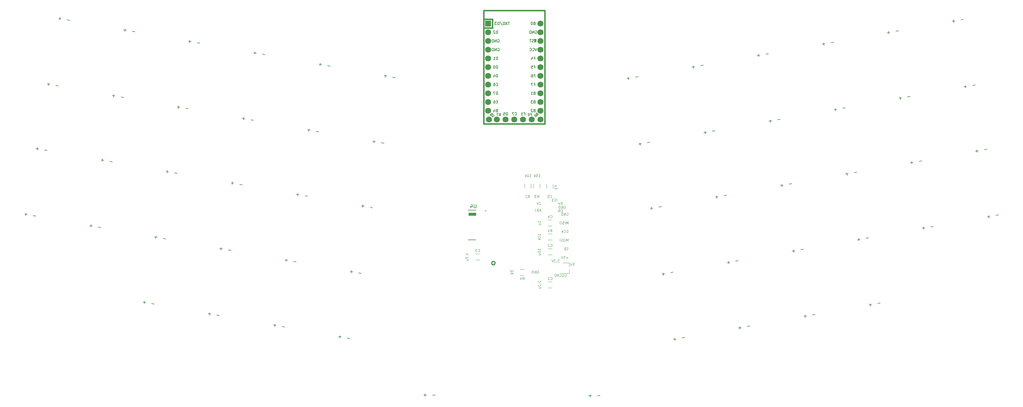
<source format=gbr>
G04 #@! TF.GenerationSoftware,KiCad,Pcbnew,(6.0.7)*
G04 #@! TF.CreationDate,2022-11-04T00:11:21-07:00*
G04 #@! TF.ProjectId,gigan rev2,67696761-6e20-4726-9576-322e6b696361,rev?*
G04 #@! TF.SameCoordinates,Original*
G04 #@! TF.FileFunction,Legend,Bot*
G04 #@! TF.FilePolarity,Positive*
%FSLAX46Y46*%
G04 Gerber Fmt 4.6, Leading zero omitted, Abs format (unit mm)*
G04 Created by KiCad (PCBNEW (6.0.7)) date 2022-11-04 00:11:21*
%MOMM*%
%LPD*%
G01*
G04 APERTURE LIST*
%ADD10C,0.300000*%
%ADD11C,0.120000*%
%ADD12C,0.100000*%
%ADD13C,0.150000*%
%ADD14C,0.381000*%
%ADD15C,0.127000*%
%ADD16C,0.200000*%
%ADD17R,1.752600X1.752600*%
%ADD18C,1.752600*%
G04 APERTURE END LIST*
D10*
X205467760Y-145890323D02*
G75*
G03*
X205467760Y-145890323I-521536J0D01*
G01*
D11*
X197756224Y-131210323D02*
X199856224Y-131210323D01*
X199856224Y-131210323D02*
X199856224Y-132010323D01*
X199856224Y-132010323D02*
X197756224Y-132010323D01*
X197756224Y-132010323D02*
X197756224Y-131210323D01*
G36*
X197756224Y-131210323D02*
G01*
X199856224Y-131210323D01*
X199856224Y-132010323D01*
X197756224Y-132010323D01*
X197756224Y-131210323D01*
G37*
D12*
X218066938Y-151071037D02*
X218031224Y-151106751D01*
X217995509Y-151178180D01*
X217995509Y-151356751D01*
X218031224Y-151428180D01*
X218066938Y-151463894D01*
X218138366Y-151499608D01*
X218209795Y-151499608D01*
X218316938Y-151463894D01*
X218745509Y-151035323D01*
X218745509Y-151499608D01*
X218674081Y-151821037D02*
X218709795Y-151856751D01*
X218745509Y-151821037D01*
X218709795Y-151785323D01*
X218674081Y-151821037D01*
X218745509Y-151821037D01*
X218066938Y-152142465D02*
X218031224Y-152178180D01*
X217995509Y-152249608D01*
X217995509Y-152428180D01*
X218031224Y-152499608D01*
X218066938Y-152535323D01*
X218138366Y-152571037D01*
X218209795Y-152571037D01*
X218316938Y-152535323D01*
X218745509Y-152106751D01*
X218745509Y-152571037D01*
X218245509Y-153213894D02*
X218745509Y-153213894D01*
X218245509Y-152892465D02*
X218638366Y-152892465D01*
X218709795Y-152928180D01*
X218745509Y-152999608D01*
X218745509Y-153106751D01*
X218709795Y-153178180D01*
X218674081Y-153213894D01*
X226662795Y-139539608D02*
X226662795Y-138789608D01*
X226412795Y-139325323D01*
X226162795Y-138789608D01*
X226162795Y-139539608D01*
X225662795Y-138789608D02*
X225519938Y-138789608D01*
X225448509Y-138825323D01*
X225377081Y-138896751D01*
X225341366Y-139039608D01*
X225341366Y-139289608D01*
X225377081Y-139432465D01*
X225448509Y-139503894D01*
X225519938Y-139539608D01*
X225662795Y-139539608D01*
X225734224Y-139503894D01*
X225805652Y-139432465D01*
X225841366Y-139289608D01*
X225841366Y-139039608D01*
X225805652Y-138896751D01*
X225734224Y-138825323D01*
X225662795Y-138789608D01*
X225055652Y-139503894D02*
X224948509Y-139539608D01*
X224769938Y-139539608D01*
X224698509Y-139503894D01*
X224662795Y-139468180D01*
X224627081Y-139396751D01*
X224627081Y-139325323D01*
X224662795Y-139253894D01*
X224698509Y-139218180D01*
X224769938Y-139182465D01*
X224912795Y-139146751D01*
X224984224Y-139111037D01*
X225019938Y-139075323D01*
X225055652Y-139003894D01*
X225055652Y-138932465D01*
X225019938Y-138861037D01*
X224984224Y-138825323D01*
X224912795Y-138789608D01*
X224734224Y-138789608D01*
X224627081Y-138825323D01*
X224305652Y-139539608D02*
X224305652Y-138789608D01*
X218645509Y-142128180D02*
X218645509Y-141699608D01*
X218645509Y-141913894D02*
X217895509Y-141913894D01*
X218002652Y-141842465D01*
X218074081Y-141771037D01*
X218109795Y-141699608D01*
X217895509Y-142592465D02*
X217895509Y-142663894D01*
X217931224Y-142735323D01*
X217966938Y-142771037D01*
X218038366Y-142806751D01*
X218181224Y-142842465D01*
X218359795Y-142842465D01*
X218502652Y-142806751D01*
X218574081Y-142771037D01*
X218609795Y-142735323D01*
X218645509Y-142663894D01*
X218645509Y-142592465D01*
X218609795Y-142521037D01*
X218574081Y-142485323D01*
X218502652Y-142449608D01*
X218359795Y-142413894D01*
X218181224Y-142413894D01*
X218038366Y-142449608D01*
X217966938Y-142485323D01*
X217931224Y-142521037D01*
X217895509Y-142592465D01*
X218145509Y-143485323D02*
X218645509Y-143485323D01*
X218145509Y-143163894D02*
X218538366Y-143163894D01*
X218609795Y-143199608D01*
X218645509Y-143271037D01*
X218645509Y-143378180D01*
X218609795Y-143449608D01*
X218574081Y-143485323D01*
X222766938Y-123885323D02*
X222766938Y-124313894D01*
X222766938Y-124099608D02*
X223516938Y-124099608D01*
X223409795Y-124171037D01*
X223338366Y-124242465D01*
X223302652Y-124313894D01*
X223266938Y-123242465D02*
X222766938Y-123242465D01*
X223266938Y-123563894D02*
X222874081Y-123563894D01*
X222802652Y-123528180D01*
X222766938Y-123456751D01*
X222766938Y-123349608D01*
X222802652Y-123278180D01*
X222838366Y-123242465D01*
X226662795Y-144293894D02*
X226091367Y-144293894D01*
X226377081Y-144579608D02*
X226377081Y-144008180D01*
X225377081Y-143829608D02*
X225734224Y-143829608D01*
X225769938Y-144186751D01*
X225734224Y-144151037D01*
X225662795Y-144115323D01*
X225484224Y-144115323D01*
X225412795Y-144151037D01*
X225377081Y-144186751D01*
X225341367Y-144258180D01*
X225341367Y-144436751D01*
X225377081Y-144508180D01*
X225412795Y-144543894D01*
X225484224Y-144579608D01*
X225662795Y-144579608D01*
X225734224Y-144543894D01*
X225769938Y-144508180D01*
X225127081Y-143829608D02*
X224877081Y-144579608D01*
X224627081Y-143829608D01*
X224277652Y-149085323D02*
X224349081Y-149049608D01*
X224456224Y-149049608D01*
X224563366Y-149085323D01*
X224634795Y-149156751D01*
X224670509Y-149228180D01*
X224706224Y-149371037D01*
X224706224Y-149478180D01*
X224670509Y-149621037D01*
X224634795Y-149692465D01*
X224563366Y-149763894D01*
X224456224Y-149799608D01*
X224384795Y-149799608D01*
X224277652Y-149763894D01*
X224241938Y-149728180D01*
X224241938Y-149478180D01*
X224384795Y-149478180D01*
X223920509Y-149799608D02*
X223920509Y-149049608D01*
X223491938Y-149799608D01*
X223491938Y-149049608D01*
X223134795Y-149799608D02*
X223134795Y-149049608D01*
X222956224Y-149049608D01*
X222849081Y-149085323D01*
X222777652Y-149156751D01*
X222741938Y-149228180D01*
X222706224Y-149371037D01*
X222706224Y-149478180D01*
X222741938Y-149621037D01*
X222777652Y-149692465D01*
X222849081Y-149763894D01*
X222956224Y-149799608D01*
X223134795Y-149799608D01*
X228049081Y-145899608D02*
X228406224Y-145899608D01*
X228441938Y-146256751D01*
X228406224Y-146221037D01*
X228334795Y-146185323D01*
X228156224Y-146185323D01*
X228084795Y-146221037D01*
X228049081Y-146256751D01*
X228013366Y-146328180D01*
X228013366Y-146506751D01*
X228049081Y-146578180D01*
X228084795Y-146613894D01*
X228156224Y-146649608D01*
X228334795Y-146649608D01*
X228406224Y-146613894D01*
X228441938Y-146578180D01*
X227799081Y-145899608D02*
X227549081Y-146649608D01*
X227299081Y-145899608D01*
X226269938Y-131265323D02*
X226341367Y-131229608D01*
X226448510Y-131229608D01*
X226555652Y-131265323D01*
X226627081Y-131336751D01*
X226662795Y-131408180D01*
X226698510Y-131551037D01*
X226698510Y-131658180D01*
X226662795Y-131801037D01*
X226627081Y-131872465D01*
X226555652Y-131943894D01*
X226448510Y-131979608D01*
X226377081Y-131979608D01*
X226269938Y-131943894D01*
X226234224Y-131908180D01*
X226234224Y-131658180D01*
X226377081Y-131658180D01*
X225912795Y-131979608D02*
X225912795Y-131229608D01*
X225484224Y-131979608D01*
X225484224Y-131229608D01*
X225127081Y-131979608D02*
X225127081Y-131229608D01*
X224948510Y-131229608D01*
X224841367Y-131265323D01*
X224769938Y-131336751D01*
X224734224Y-131408180D01*
X224698510Y-131551037D01*
X224698510Y-131658180D01*
X224734224Y-131801037D01*
X224769938Y-131872465D01*
X224841367Y-131943894D01*
X224948510Y-131979608D01*
X225127081Y-131979608D01*
X217697652Y-148095323D02*
X217769081Y-148059608D01*
X217876224Y-148059608D01*
X217983366Y-148095323D01*
X218054795Y-148166751D01*
X218090509Y-148238180D01*
X218126224Y-148381037D01*
X218126224Y-148488180D01*
X218090509Y-148631037D01*
X218054795Y-148702465D01*
X217983366Y-148773894D01*
X217876224Y-148809608D01*
X217804795Y-148809608D01*
X217697652Y-148773894D01*
X217661938Y-148738180D01*
X217661938Y-148488180D01*
X217804795Y-148488180D01*
X217340509Y-148809608D02*
X217340509Y-148059608D01*
X216911938Y-148809608D01*
X216911938Y-148059608D01*
X216554795Y-148809608D02*
X216554795Y-148059608D01*
X216376224Y-148059608D01*
X216269081Y-148095323D01*
X216197652Y-148166751D01*
X216161938Y-148238180D01*
X216126224Y-148381037D01*
X216126224Y-148488180D01*
X216161938Y-148631037D01*
X216197652Y-148702465D01*
X216269081Y-148773894D01*
X216376224Y-148809608D01*
X216554795Y-148809608D01*
X218645509Y-137793894D02*
X218645509Y-137365323D01*
X218645509Y-137579608D02*
X217895509Y-137579608D01*
X218002652Y-137508180D01*
X218074081Y-137436751D01*
X218109795Y-137365323D01*
X217895509Y-138258180D02*
X217895509Y-138329608D01*
X217931224Y-138401037D01*
X217966938Y-138436751D01*
X218038366Y-138472465D01*
X218181224Y-138508180D01*
X218359795Y-138508180D01*
X218502652Y-138472465D01*
X218574081Y-138436751D01*
X218609795Y-138401037D01*
X218645509Y-138329608D01*
X218645509Y-138258180D01*
X218609795Y-138186751D01*
X218574081Y-138151037D01*
X218502652Y-138115323D01*
X218359795Y-138079608D01*
X218181224Y-138079608D01*
X218038366Y-138115323D01*
X217966938Y-138151037D01*
X217931224Y-138186751D01*
X217895509Y-138258180D01*
X218645509Y-138829608D02*
X217895509Y-138829608D01*
X218359795Y-138901037D02*
X218645509Y-139115323D01*
X218145509Y-139115323D02*
X218431224Y-138829608D01*
X225009795Y-130606751D02*
X224759795Y-130606751D01*
X224652652Y-130999608D02*
X225009795Y-130999608D01*
X225009795Y-130249608D01*
X224652652Y-130249608D01*
X224331224Y-130999608D02*
X224331224Y-130249608D01*
X223902652Y-130999608D01*
X223902652Y-130249608D01*
X215452652Y-120749608D02*
X215881224Y-120749608D01*
X215666938Y-120749608D02*
X215666938Y-119999608D01*
X215738366Y-120106751D01*
X215809795Y-120178180D01*
X215881224Y-120213894D01*
X214988366Y-119999608D02*
X214916938Y-119999608D01*
X214845509Y-120035323D01*
X214809795Y-120071037D01*
X214774081Y-120142465D01*
X214738366Y-120285323D01*
X214738366Y-120463894D01*
X214774081Y-120606751D01*
X214809795Y-120678180D01*
X214845509Y-120713894D01*
X214916938Y-120749608D01*
X214988366Y-120749608D01*
X215059795Y-120713894D01*
X215095509Y-120678180D01*
X215131224Y-120606751D01*
X215166938Y-120463894D01*
X215166938Y-120285323D01*
X215131224Y-120142465D01*
X215095509Y-120071037D01*
X215059795Y-120035323D01*
X214988366Y-119999608D01*
X214416938Y-120749608D02*
X214416938Y-119999608D01*
X214345509Y-120463894D02*
X214131224Y-120749608D01*
X214131224Y-120249608D02*
X214416938Y-120535323D01*
X224599081Y-128149608D02*
X224956224Y-128149608D01*
X224991938Y-128506751D01*
X224956224Y-128471037D01*
X224884795Y-128435323D01*
X224706224Y-128435323D01*
X224634795Y-128471037D01*
X224599081Y-128506751D01*
X224563366Y-128578180D01*
X224563366Y-128756751D01*
X224599081Y-128828180D01*
X224634795Y-128863894D01*
X224706224Y-128899608D01*
X224884795Y-128899608D01*
X224956224Y-128863894D01*
X224991938Y-128828180D01*
X224349081Y-128149608D02*
X224099081Y-128899608D01*
X223849081Y-128149608D01*
X218102652Y-120749608D02*
X218531224Y-120749608D01*
X218316938Y-120749608D02*
X218316938Y-119999608D01*
X218388366Y-120106751D01*
X218459795Y-120178180D01*
X218531224Y-120213894D01*
X217424081Y-119999608D02*
X217781224Y-119999608D01*
X217816938Y-120356751D01*
X217781224Y-120321037D01*
X217709795Y-120285323D01*
X217531224Y-120285323D01*
X217459795Y-120321037D01*
X217424081Y-120356751D01*
X217388366Y-120428180D01*
X217388366Y-120606751D01*
X217424081Y-120678180D01*
X217459795Y-120713894D01*
X217531224Y-120749608D01*
X217709795Y-120749608D01*
X217781224Y-120713894D01*
X217816938Y-120678180D01*
X217066938Y-120749608D02*
X217066938Y-119999608D01*
X216995509Y-120463894D02*
X216781224Y-120749608D01*
X216781224Y-120249608D02*
X217066938Y-120535323D01*
X218666938Y-128221037D02*
X218631224Y-128185323D01*
X218559795Y-128149608D01*
X218381224Y-128149608D01*
X218309795Y-128185323D01*
X218274081Y-128221037D01*
X218238366Y-128292465D01*
X218238366Y-128363894D01*
X218274081Y-128471037D01*
X218702652Y-128899608D01*
X218238366Y-128899608D01*
X218024081Y-128149608D02*
X217774081Y-128899608D01*
X217524081Y-128149608D01*
X225491938Y-129235323D02*
X225563367Y-129199608D01*
X225670510Y-129199608D01*
X225777652Y-129235323D01*
X225849081Y-129306751D01*
X225884795Y-129378180D01*
X225920510Y-129521037D01*
X225920510Y-129628180D01*
X225884795Y-129771037D01*
X225849081Y-129842465D01*
X225777652Y-129913894D01*
X225670510Y-129949608D01*
X225599081Y-129949608D01*
X225491938Y-129913894D01*
X225456224Y-129878180D01*
X225456224Y-129628180D01*
X225599081Y-129628180D01*
X225134795Y-129949608D02*
X225134795Y-129199608D01*
X224706224Y-129949608D01*
X224706224Y-129199608D01*
X224349081Y-129949608D02*
X224349081Y-129199608D01*
X224170510Y-129199608D01*
X224063367Y-129235323D01*
X223991938Y-129306751D01*
X223956224Y-129378180D01*
X223920510Y-129521037D01*
X223920510Y-129628180D01*
X223956224Y-129771037D01*
X223991938Y-129842465D01*
X224063367Y-129913894D01*
X224170510Y-129949608D01*
X224349081Y-129949608D01*
X226698509Y-142023894D02*
X226591366Y-142059608D01*
X226412795Y-142059608D01*
X226341366Y-142023894D01*
X226305652Y-141988180D01*
X226269938Y-141916751D01*
X226269938Y-141845323D01*
X226305652Y-141773894D01*
X226341366Y-141738180D01*
X226412795Y-141702465D01*
X226555652Y-141666751D01*
X226627081Y-141631037D01*
X226662795Y-141595323D01*
X226698509Y-141523894D01*
X226698509Y-141452465D01*
X226662795Y-141381037D01*
X226627081Y-141345323D01*
X226555652Y-141309608D01*
X226377081Y-141309608D01*
X226269938Y-141345323D01*
X225984223Y-142023894D02*
X225877081Y-142059608D01*
X225698509Y-142059608D01*
X225627081Y-142023894D01*
X225591366Y-141988180D01*
X225555652Y-141916751D01*
X225555652Y-141845323D01*
X225591366Y-141773894D01*
X225627081Y-141738180D01*
X225698509Y-141702465D01*
X225841366Y-141666751D01*
X225912795Y-141631037D01*
X225948509Y-141595323D01*
X225984223Y-141523894D01*
X225984223Y-141452465D01*
X225948509Y-141381037D01*
X225912795Y-141345323D01*
X225841366Y-141309608D01*
X225662795Y-141309608D01*
X225555652Y-141345323D01*
X209945509Y-147853180D02*
X209945509Y-148317465D01*
X210231224Y-148067465D01*
X210231224Y-148174608D01*
X210266938Y-148246037D01*
X210302652Y-148281751D01*
X210374081Y-148317465D01*
X210552652Y-148317465D01*
X210624081Y-148281751D01*
X210659795Y-148246037D01*
X210695509Y-148174608D01*
X210695509Y-147960323D01*
X210659795Y-147888894D01*
X210624081Y-147853180D01*
X210695509Y-148674608D02*
X210695509Y-148817465D01*
X210659795Y-148888894D01*
X210624081Y-148924608D01*
X210516938Y-148996037D01*
X210374081Y-149031751D01*
X210088366Y-149031751D01*
X210016938Y-148996037D01*
X209981224Y-148960323D01*
X209945509Y-148888894D01*
X209945509Y-148746037D01*
X209981224Y-148674608D01*
X210016938Y-148638894D01*
X210088366Y-148603180D01*
X210266938Y-148603180D01*
X210338366Y-148638894D01*
X210374081Y-148674608D01*
X210409795Y-148746037D01*
X210409795Y-148888894D01*
X210374081Y-148960323D01*
X210338366Y-148996037D01*
X210266938Y-149031751D01*
X218645509Y-134065323D02*
X218645509Y-133636751D01*
X218645509Y-133851037D02*
X217895509Y-133851037D01*
X218002652Y-133779608D01*
X218074081Y-133708180D01*
X218109795Y-133636751D01*
X218145509Y-134708180D02*
X218645509Y-134708180D01*
X218145509Y-134386751D02*
X218538366Y-134386751D01*
X218609795Y-134422465D01*
X218645509Y-134493894D01*
X218645509Y-134601037D01*
X218609795Y-134672465D01*
X218574081Y-134708180D01*
X226662795Y-134499608D02*
X226662795Y-133749608D01*
X226412795Y-134285323D01*
X226162795Y-133749608D01*
X226162795Y-134499608D01*
X225805652Y-134499608D02*
X225805652Y-133749608D01*
X225484224Y-134463894D02*
X225377081Y-134499608D01*
X225198509Y-134499608D01*
X225127081Y-134463894D01*
X225091366Y-134428180D01*
X225055652Y-134356751D01*
X225055652Y-134285323D01*
X225091366Y-134213894D01*
X225127081Y-134178180D01*
X225198509Y-134142465D01*
X225341366Y-134106751D01*
X225412795Y-134071037D01*
X225448509Y-134035323D01*
X225484224Y-133963894D01*
X225484224Y-133892465D01*
X225448509Y-133821037D01*
X225412795Y-133785323D01*
X225341366Y-133749608D01*
X225162795Y-133749608D01*
X225055652Y-133785323D01*
X224591366Y-133749608D02*
X224448509Y-133749608D01*
X224377081Y-133785323D01*
X224305652Y-133856751D01*
X224269938Y-133999608D01*
X224269938Y-134249608D01*
X224305652Y-134392465D01*
X224377081Y-134463894D01*
X224448509Y-134499608D01*
X224591366Y-134499608D01*
X224662795Y-134463894D01*
X224734224Y-134392465D01*
X224769938Y-134249608D01*
X224769938Y-133999608D01*
X224734224Y-133856751D01*
X224662795Y-133785323D01*
X224591366Y-133749608D01*
X224113366Y-144849608D02*
X223649081Y-144849608D01*
X223899081Y-145135323D01*
X223791938Y-145135323D01*
X223720509Y-145171037D01*
X223684795Y-145206751D01*
X223649081Y-145278180D01*
X223649081Y-145456751D01*
X223684795Y-145528180D01*
X223720509Y-145563894D01*
X223791938Y-145599608D01*
X224006224Y-145599608D01*
X224077652Y-145563894D01*
X224113366Y-145528180D01*
X223327652Y-145528180D02*
X223291938Y-145563894D01*
X223327652Y-145599608D01*
X223363366Y-145563894D01*
X223327652Y-145528180D01*
X223327652Y-145599608D01*
X223041938Y-144849608D02*
X222577652Y-144849608D01*
X222827652Y-145135323D01*
X222720509Y-145135323D01*
X222649081Y-145171037D01*
X222613366Y-145206751D01*
X222577652Y-145278180D01*
X222577652Y-145456751D01*
X222613366Y-145528180D01*
X222649081Y-145563894D01*
X222720509Y-145599608D01*
X222934795Y-145599608D01*
X223006224Y-145563894D01*
X223041938Y-145528180D01*
X222363366Y-144849608D02*
X222113366Y-145599608D01*
X221863366Y-144849608D01*
X218745509Y-130585323D02*
X218388366Y-130585323D01*
X218816938Y-130799608D02*
X218566938Y-130049608D01*
X218316938Y-130799608D01*
X218066938Y-130799608D02*
X218066938Y-130049608D01*
X217888366Y-130049608D01*
X217781224Y-130085323D01*
X217709795Y-130156751D01*
X217674081Y-130228180D01*
X217638366Y-130371037D01*
X217638366Y-130478180D01*
X217674081Y-130621037D01*
X217709795Y-130692465D01*
X217781224Y-130763894D01*
X217888366Y-130799608D01*
X218066938Y-130799608D01*
X217102652Y-130049608D02*
X217102652Y-130585323D01*
X217138366Y-130692465D01*
X217209795Y-130763894D01*
X217316938Y-130799608D01*
X217388366Y-130799608D01*
X197095509Y-143328180D02*
X197595509Y-143328180D01*
X196809795Y-143149608D02*
X197345509Y-142971037D01*
X197345509Y-143435323D01*
X197524081Y-143721037D02*
X197559795Y-143756751D01*
X197595509Y-143721037D01*
X197559795Y-143685323D01*
X197524081Y-143721037D01*
X197595509Y-143721037D01*
X196845509Y-144006751D02*
X196845509Y-144506751D01*
X197595509Y-144185323D01*
X197095509Y-145113894D02*
X197595509Y-145113894D01*
X197095509Y-144792465D02*
X197488366Y-144792465D01*
X197559795Y-144828180D01*
X197595509Y-144899608D01*
X197595509Y-145006751D01*
X197559795Y-145078180D01*
X197524081Y-145113894D01*
X226698509Y-136983894D02*
X226591366Y-137019608D01*
X226412795Y-137019608D01*
X226341366Y-136983894D01*
X226305652Y-136948180D01*
X226269938Y-136876751D01*
X226269938Y-136805323D01*
X226305652Y-136733894D01*
X226341366Y-136698180D01*
X226412795Y-136662465D01*
X226555652Y-136626751D01*
X226627081Y-136591037D01*
X226662795Y-136555323D01*
X226698509Y-136483894D01*
X226698509Y-136412465D01*
X226662795Y-136341037D01*
X226627081Y-136305323D01*
X226555652Y-136269608D01*
X226377081Y-136269608D01*
X226269938Y-136305323D01*
X225519938Y-136948180D02*
X225555652Y-136983894D01*
X225662795Y-137019608D01*
X225734224Y-137019608D01*
X225841366Y-136983894D01*
X225912795Y-136912465D01*
X225948509Y-136841037D01*
X225984224Y-136698180D01*
X225984224Y-136591037D01*
X225948509Y-136448180D01*
X225912795Y-136376751D01*
X225841366Y-136305323D01*
X225734224Y-136269608D01*
X225662795Y-136269608D01*
X225555652Y-136305323D01*
X225519938Y-136341037D01*
X225198509Y-137019608D02*
X225198509Y-136269608D01*
X224769938Y-137019608D02*
X225091366Y-136591037D01*
X224769938Y-136269608D02*
X225198509Y-136698180D01*
D13*
X173899985Y-91429843D02*
X173149655Y-91297539D01*
X173590972Y-90988526D02*
X173458668Y-91738856D01*
X176401396Y-91870909D02*
X175651066Y-91738605D01*
X235267047Y-184509028D02*
X236028952Y-184509028D01*
X232727047Y-184509028D02*
X233488952Y-184509028D01*
X233108000Y-184889980D02*
X233108000Y-184128076D01*
X148361596Y-125975576D02*
X147611266Y-125843272D01*
X148052583Y-125534259D02*
X147920279Y-126284589D01*
X150863007Y-126416642D02*
X150112677Y-126284338D01*
X110390165Y-119280188D02*
X109639835Y-119147884D01*
X110081152Y-118838871D02*
X109948848Y-119589201D01*
X112891576Y-119721254D02*
X112141246Y-119588950D01*
X129350866Y-122623471D02*
X128600536Y-122491167D01*
X129041853Y-122182154D02*
X128909549Y-122932484D01*
X131852277Y-123064537D02*
X131101947Y-122932233D01*
X119469264Y-81832240D02*
X118718934Y-81699936D01*
X116967853Y-81391174D02*
X116217523Y-81258870D01*
X116658840Y-80949857D02*
X116526536Y-81700187D01*
X319576090Y-78793103D02*
X320326420Y-78660799D01*
X320017407Y-79102116D02*
X319885103Y-78351786D01*
X322077501Y-78352037D02*
X322827831Y-78219733D01*
X113648135Y-100510779D02*
X112897805Y-100378475D01*
X113339122Y-100069462D02*
X113206818Y-100819792D01*
X116149546Y-100951845D02*
X115399216Y-100819541D01*
X160659293Y-167399166D02*
X159908963Y-167266862D01*
X160350280Y-166957849D02*
X160217976Y-167708179D01*
X163160704Y-167840232D02*
X162410374Y-167707928D01*
X187210247Y-184305828D02*
X187972152Y-184305828D01*
X184670247Y-184305828D02*
X185432152Y-184305828D01*
X185051200Y-184686780D02*
X185051200Y-183924876D01*
X268715231Y-107466207D02*
X269465561Y-107333903D01*
X266213820Y-107907273D02*
X266964150Y-107774969D01*
X266655137Y-108216286D02*
X266522833Y-107465956D01*
X128532558Y-142184144D02*
X127782228Y-142051840D01*
X126031147Y-141743078D02*
X125280817Y-141610774D01*
X125722134Y-141301761D02*
X125589830Y-142052091D01*
X325497275Y-97454001D02*
X326247605Y-97321697D01*
X322995864Y-97895067D02*
X323746194Y-97762763D01*
X323437181Y-98204080D02*
X323304877Y-97453750D01*
X276320716Y-164765636D02*
X277071046Y-164633332D01*
X276762033Y-165074649D02*
X276629729Y-164324319D01*
X278822127Y-164324570D02*
X279572457Y-164192266D01*
X269571846Y-126659040D02*
X270322176Y-126526736D01*
X270013163Y-126968053D02*
X269880859Y-126217723D01*
X272073257Y-126217974D02*
X272823587Y-126085670D01*
X262794043Y-88805310D02*
X263544373Y-88673006D01*
X263235360Y-89114323D02*
X263103056Y-88363993D01*
X265295454Y-88364244D02*
X266045784Y-88231940D01*
X332275076Y-135307731D02*
X333025406Y-135175427D01*
X329773665Y-135748797D02*
X330523995Y-135616493D01*
X330214982Y-136057810D02*
X330082678Y-135307480D01*
X254030919Y-149104287D02*
X254781249Y-148971983D01*
X254472236Y-149413300D02*
X254339932Y-148662970D01*
X256532330Y-148663221D02*
X257282660Y-148530917D01*
X90711213Y-135515222D02*
X89960883Y-135382918D01*
X88209802Y-135074156D02*
X87459472Y-134941852D01*
X87900789Y-134632839D02*
X87768485Y-135383169D01*
X125189275Y-161144846D02*
X124438945Y-161012542D01*
X122687864Y-160703780D02*
X121937534Y-160571476D01*
X122378851Y-160262463D02*
X122246547Y-161012793D01*
X94787490Y-97185140D02*
X94037160Y-97052836D01*
X94478477Y-96743823D02*
X94346173Y-97494153D01*
X97288901Y-97626206D02*
X96538571Y-97493902D01*
X328855301Y-116205767D02*
X329605631Y-116073463D01*
X326353890Y-116646833D02*
X327104220Y-116514529D01*
X326795207Y-116955846D02*
X326662903Y-116205516D01*
X135928554Y-84734457D02*
X135178224Y-84602153D01*
X135619541Y-84293140D02*
X135487237Y-85043470D01*
X138429965Y-85175523D02*
X137679635Y-85043219D01*
X295331445Y-161413531D02*
X296081775Y-161281227D01*
X295772762Y-161722544D02*
X295640458Y-160972214D01*
X297832856Y-160972465D02*
X298583186Y-160840161D01*
X344457977Y-94110719D02*
X345208307Y-93978415D01*
X341956566Y-94551785D02*
X342706896Y-94419481D01*
X342397883Y-94860798D02*
X342265579Y-94110468D01*
X75826790Y-93841857D02*
X75076460Y-93709553D01*
X75517777Y-93400540D02*
X75385473Y-94150870D01*
X78328201Y-94282923D02*
X77577871Y-94150619D01*
X69249101Y-131730871D02*
X68498771Y-131598567D01*
X68940088Y-131289554D02*
X68807784Y-132039884D01*
X71750512Y-132171937D02*
X71000182Y-132039633D01*
X294453733Y-141976656D02*
X295204063Y-141844352D01*
X291952322Y-142417722D02*
X292702652Y-142285418D01*
X292393639Y-142726735D02*
X292261335Y-141976405D01*
X75070231Y-113052332D02*
X74319901Y-112920028D01*
X72568820Y-112611266D02*
X71818490Y-112478962D01*
X72259807Y-112169949D02*
X72127503Y-112920279D01*
X347816003Y-112862484D02*
X348566333Y-112730180D01*
X345314592Y-113303550D02*
X346064922Y-113171246D01*
X345755909Y-113612563D02*
X345623605Y-112862233D01*
X259861427Y-167667854D02*
X260611757Y-167535550D01*
X257360016Y-168108920D02*
X258110346Y-167976616D01*
X257801333Y-168417933D02*
X257669029Y-167667603D01*
X167322295Y-129318859D02*
X166571965Y-129186555D01*
X167013282Y-128877542D02*
X166880978Y-129627872D01*
X169823706Y-129759925D02*
X169073376Y-129627621D01*
X98107209Y-78065532D02*
X97356879Y-77933228D01*
X97798196Y-77624215D02*
X97665892Y-78374545D01*
X100608620Y-78506598D02*
X99858290Y-78374294D01*
X316793558Y-157629182D02*
X317543888Y-157496878D01*
X314292147Y-158070248D02*
X315042477Y-157937944D01*
X314733464Y-158379261D02*
X314601160Y-157628931D01*
X132608835Y-103854062D02*
X131858505Y-103721758D01*
X132299822Y-103412745D02*
X132167518Y-104163075D01*
X135110246Y-104295128D02*
X134359916Y-104162824D01*
X348734366Y-132405514D02*
X349484696Y-132273210D01*
X349175683Y-132714527D02*
X349043379Y-131964197D01*
X351235777Y-131964448D02*
X351986107Y-131832144D01*
X284256155Y-85020961D02*
X285006485Y-84888657D01*
X281754744Y-85462027D02*
X282505074Y-85329723D01*
X282196061Y-85771040D02*
X282063757Y-85020710D01*
X253112555Y-129561257D02*
X253862885Y-129428953D01*
X250611144Y-130002323D02*
X251361474Y-129870019D01*
X251052461Y-130311336D02*
X250920157Y-129561006D01*
X303216857Y-81677677D02*
X303967187Y-81545373D01*
X300715446Y-82118743D02*
X301465776Y-81986439D01*
X301156763Y-82427756D02*
X301024459Y-81677426D01*
X151619564Y-107206168D02*
X150869234Y-107073864D01*
X151310551Y-106764851D02*
X151178247Y-107515181D01*
X154120975Y-107647234D02*
X153370645Y-107514930D01*
X309994657Y-119531409D02*
X310744987Y-119399105D01*
X307493246Y-119972475D02*
X308243576Y-119840171D01*
X307934563Y-120281488D02*
X307802259Y-119531158D01*
X338536789Y-75449820D02*
X339287119Y-75317516D01*
X338978106Y-75758833D02*
X338845802Y-75008503D01*
X341038200Y-75008754D02*
X341788530Y-74876450D01*
X157440694Y-88527626D02*
X156690364Y-88395322D01*
X154939283Y-88086560D02*
X154188953Y-87954256D01*
X154630270Y-87645243D02*
X154497966Y-88395573D01*
X103727163Y-157360497D02*
X102976833Y-157228193D01*
X103418150Y-156919180D02*
X103285846Y-157669510D01*
X106228574Y-157801563D02*
X105478244Y-157669259D01*
X246334755Y-91707528D02*
X247085085Y-91575224D01*
X243833344Y-92148594D02*
X244583674Y-92016290D01*
X244274661Y-92457607D02*
X244142357Y-91707277D01*
X288532545Y-123315757D02*
X289282875Y-123183453D01*
X288973862Y-123624770D02*
X288841558Y-122874440D01*
X291033956Y-122874691D02*
X291784286Y-122742387D01*
X306636631Y-100779641D02*
X307386961Y-100647337D01*
X304135220Y-101220707D02*
X304885550Y-101088403D01*
X304576537Y-101529720D02*
X304444233Y-100779390D01*
X109571857Y-138840861D02*
X108821527Y-138708557D01*
X107070446Y-138399795D02*
X106320116Y-138267491D01*
X106761433Y-137958478D02*
X106629129Y-138708808D01*
X166503987Y-148879533D02*
X165753657Y-148747229D01*
X164002576Y-148438467D02*
X163252246Y-148306163D01*
X163693563Y-147997150D02*
X163561259Y-148747480D01*
X173081676Y-110990516D02*
X172331346Y-110858212D01*
X170580265Y-110549450D02*
X169829935Y-110417146D01*
X170271252Y-110108133D02*
X170138948Y-110858463D01*
X206844133Y-102606400D02*
X206744133Y-102639733D01*
X206710800Y-102673066D01*
X206677466Y-102739733D01*
X206677466Y-102839733D01*
X206710800Y-102906400D01*
X206744133Y-102939733D01*
X206810800Y-102973066D01*
X207077466Y-102973066D01*
X207077466Y-102273066D01*
X206844133Y-102273066D01*
X206777466Y-102306400D01*
X206744133Y-102339733D01*
X206710800Y-102406400D01*
X206710800Y-102473066D01*
X206744133Y-102539733D01*
X206777466Y-102573066D01*
X206844133Y-102606400D01*
X207077466Y-102606400D01*
X206444133Y-102273066D02*
X205977466Y-102273066D01*
X206277466Y-102973066D01*
X209679404Y-75648304D02*
X209222261Y-75648304D01*
X209450832Y-76448304D02*
X209450832Y-75648304D01*
X209031785Y-75648304D02*
X208498451Y-76448304D01*
X208498451Y-75648304D02*
X209031785Y-76448304D01*
X208041308Y-75648304D02*
X207965118Y-75648304D01*
X207888928Y-75686400D01*
X207850832Y-75724495D01*
X207812737Y-75800685D01*
X207774642Y-75953066D01*
X207774642Y-76143542D01*
X207812737Y-76295923D01*
X207850832Y-76372114D01*
X207888928Y-76410209D01*
X207965118Y-76448304D01*
X208041308Y-76448304D01*
X208117499Y-76410209D01*
X208155594Y-76372114D01*
X208193689Y-76295923D01*
X208231785Y-76143542D01*
X208231785Y-75953066D01*
X208193689Y-75800685D01*
X208155594Y-75724495D01*
X208117499Y-75686400D01*
X208041308Y-75648304D01*
X206860356Y-75610209D02*
X207546070Y-76638780D01*
X206593689Y-76448304D02*
X206593689Y-75648304D01*
X206403213Y-75648304D01*
X206288928Y-75686400D01*
X206212737Y-75762590D01*
X206174642Y-75838780D01*
X206136547Y-75991161D01*
X206136547Y-76105447D01*
X206174642Y-76257828D01*
X206212737Y-76334019D01*
X206288928Y-76410209D01*
X206403213Y-76448304D01*
X206593689Y-76448304D01*
X205869880Y-75648304D02*
X205374642Y-75648304D01*
X205641308Y-75953066D01*
X205527023Y-75953066D01*
X205450832Y-75991161D01*
X205412737Y-76029257D01*
X205374642Y-76105447D01*
X205374642Y-76295923D01*
X205412737Y-76372114D01*
X205450832Y-76410209D01*
X205527023Y-76448304D01*
X205755594Y-76448304D01*
X205831785Y-76410209D01*
X205869880Y-76372114D01*
X216788466Y-91269257D02*
X217055133Y-91269257D01*
X217055133Y-91688304D02*
X217055133Y-90888304D01*
X216674180Y-90888304D01*
X216026561Y-90888304D02*
X216178942Y-90888304D01*
X216255133Y-90926400D01*
X216293228Y-90964495D01*
X216369419Y-91078780D01*
X216407514Y-91231161D01*
X216407514Y-91535923D01*
X216369419Y-91612114D01*
X216331323Y-91650209D01*
X216255133Y-91688304D01*
X216102752Y-91688304D01*
X216026561Y-91650209D01*
X215988466Y-91612114D01*
X215950371Y-91535923D01*
X215950371Y-91345447D01*
X215988466Y-91269257D01*
X216026561Y-91231161D01*
X216102752Y-91193066D01*
X216255133Y-91193066D01*
X216331323Y-91231161D01*
X216369419Y-91269257D01*
X216407514Y-91345447D01*
X216845609Y-98889257D02*
X216731323Y-98927352D01*
X216693228Y-98965447D01*
X216655133Y-99041638D01*
X216655133Y-99155923D01*
X216693228Y-99232114D01*
X216731323Y-99270209D01*
X216807514Y-99308304D01*
X217112276Y-99308304D01*
X217112276Y-98508304D01*
X216845609Y-98508304D01*
X216769419Y-98546400D01*
X216731323Y-98584495D01*
X216693228Y-98660685D01*
X216693228Y-98736876D01*
X216731323Y-98813066D01*
X216769419Y-98851161D01*
X216845609Y-98889257D01*
X217112276Y-98889257D01*
X216388466Y-98508304D02*
X215893228Y-98508304D01*
X216159895Y-98813066D01*
X216045609Y-98813066D01*
X215969419Y-98851161D01*
X215931323Y-98889257D01*
X215893228Y-98965447D01*
X215893228Y-99155923D01*
X215931323Y-99232114D01*
X215969419Y-99270209D01*
X216045609Y-99308304D01*
X216274180Y-99308304D01*
X216350371Y-99270209D01*
X216388466Y-99232114D01*
X206209323Y-83306400D02*
X206285514Y-83268304D01*
X206399800Y-83268304D01*
X206514085Y-83306400D01*
X206590276Y-83382590D01*
X206628371Y-83458780D01*
X206666466Y-83611161D01*
X206666466Y-83725447D01*
X206628371Y-83877828D01*
X206590276Y-83954019D01*
X206514085Y-84030209D01*
X206399800Y-84068304D01*
X206323609Y-84068304D01*
X206209323Y-84030209D01*
X206171228Y-83992114D01*
X206171228Y-83725447D01*
X206323609Y-83725447D01*
X205828371Y-84068304D02*
X205828371Y-83268304D01*
X205371228Y-84068304D01*
X205371228Y-83268304D01*
X204990276Y-84068304D02*
X204990276Y-83268304D01*
X204799800Y-83268304D01*
X204685514Y-83306400D01*
X204609323Y-83382590D01*
X204571228Y-83458780D01*
X204533133Y-83611161D01*
X204533133Y-83725447D01*
X204571228Y-83877828D01*
X204609323Y-83954019D01*
X204685514Y-84030209D01*
X204799800Y-84068304D01*
X204990276Y-84068304D01*
X206152180Y-98889257D02*
X205885514Y-98889257D01*
X205771228Y-99308304D02*
X206152180Y-99308304D01*
X206152180Y-98508304D01*
X205771228Y-98508304D01*
X205085514Y-98508304D02*
X205237895Y-98508304D01*
X205314085Y-98546400D01*
X205352180Y-98584495D01*
X205428371Y-98698780D01*
X205466466Y-98851161D01*
X205466466Y-99155923D01*
X205428371Y-99232114D01*
X205390276Y-99270209D01*
X205314085Y-99308304D01*
X205161704Y-99308304D01*
X205085514Y-99270209D01*
X205047419Y-99232114D01*
X205009323Y-99155923D01*
X205009323Y-98965447D01*
X205047419Y-98889257D01*
X205085514Y-98851161D01*
X205161704Y-98813066D01*
X205314085Y-98813066D01*
X205390276Y-98851161D01*
X205428371Y-98889257D01*
X205466466Y-98965447D01*
X206190276Y-96768304D02*
X206190276Y-95968304D01*
X205999800Y-95968304D01*
X205885514Y-96006400D01*
X205809323Y-96082590D01*
X205771228Y-96158780D01*
X205733133Y-96311161D01*
X205733133Y-96425447D01*
X205771228Y-96577828D01*
X205809323Y-96654019D01*
X205885514Y-96730209D01*
X205999800Y-96768304D01*
X206190276Y-96768304D01*
X205466466Y-95968304D02*
X204933133Y-95968304D01*
X205275990Y-96768304D01*
X206190276Y-91688304D02*
X206190276Y-90888304D01*
X205999800Y-90888304D01*
X205885514Y-90926400D01*
X205809323Y-91002590D01*
X205771228Y-91078780D01*
X205733133Y-91231161D01*
X205733133Y-91345447D01*
X205771228Y-91497828D01*
X205809323Y-91574019D01*
X205885514Y-91650209D01*
X205999800Y-91688304D01*
X206190276Y-91688304D01*
X205047419Y-91154971D02*
X205047419Y-91688304D01*
X205237895Y-90850209D02*
X205428371Y-91421638D01*
X204933133Y-91421638D01*
X205923609Y-101429257D02*
X205809323Y-101467352D01*
X205771228Y-101505447D01*
X205733133Y-101581638D01*
X205733133Y-101695923D01*
X205771228Y-101772114D01*
X205809323Y-101810209D01*
X205885514Y-101848304D01*
X206190276Y-101848304D01*
X206190276Y-101048304D01*
X205923609Y-101048304D01*
X205847419Y-101086400D01*
X205809323Y-101124495D01*
X205771228Y-101200685D01*
X205771228Y-101276876D01*
X205809323Y-101353066D01*
X205847419Y-101391161D01*
X205923609Y-101429257D01*
X206190276Y-101429257D01*
X205047419Y-101314971D02*
X205047419Y-101848304D01*
X205237895Y-101010209D02*
X205428371Y-101581638D01*
X204933133Y-101581638D01*
X206190276Y-78988304D02*
X206190276Y-78188304D01*
X205999800Y-78188304D01*
X205885514Y-78226400D01*
X205809323Y-78302590D01*
X205771228Y-78378780D01*
X205733133Y-78531161D01*
X205733133Y-78645447D01*
X205771228Y-78797828D01*
X205809323Y-78874019D01*
X205885514Y-78950209D01*
X205999800Y-78988304D01*
X206190276Y-78988304D01*
X205428371Y-78264495D02*
X205390276Y-78226400D01*
X205314085Y-78188304D01*
X205123609Y-78188304D01*
X205047419Y-78226400D01*
X205009323Y-78264495D01*
X204971228Y-78340685D01*
X204971228Y-78416876D01*
X205009323Y-78531161D01*
X205466466Y-78988304D01*
X204971228Y-78988304D01*
X217588466Y-83268304D02*
X217321800Y-84068304D01*
X217055133Y-83268304D01*
X216331323Y-83992114D02*
X216369419Y-84030209D01*
X216483704Y-84068304D01*
X216559895Y-84068304D01*
X216674180Y-84030209D01*
X216750371Y-83954019D01*
X216788466Y-83877828D01*
X216826561Y-83725447D01*
X216826561Y-83611161D01*
X216788466Y-83458780D01*
X216750371Y-83382590D01*
X216674180Y-83306400D01*
X216559895Y-83268304D01*
X216483704Y-83268304D01*
X216369419Y-83306400D01*
X216331323Y-83344495D01*
X215531323Y-83992114D02*
X215569419Y-84030209D01*
X215683704Y-84068304D01*
X215759895Y-84068304D01*
X215874180Y-84030209D01*
X215950371Y-83954019D01*
X215988466Y-83877828D01*
X216026561Y-83725447D01*
X216026561Y-83611161D01*
X215988466Y-83458780D01*
X215950371Y-83382590D01*
X215874180Y-83306400D01*
X215759895Y-83268304D01*
X215683704Y-83268304D01*
X215569419Y-83306400D01*
X215531323Y-83344495D01*
X216845609Y-76029257D02*
X216731323Y-76067352D01*
X216693228Y-76105447D01*
X216655133Y-76181638D01*
X216655133Y-76295923D01*
X216693228Y-76372114D01*
X216731323Y-76410209D01*
X216807514Y-76448304D01*
X217112276Y-76448304D01*
X217112276Y-75648304D01*
X216845609Y-75648304D01*
X216769419Y-75686400D01*
X216731323Y-75724495D01*
X216693228Y-75800685D01*
X216693228Y-75876876D01*
X216731323Y-75953066D01*
X216769419Y-75991161D01*
X216845609Y-76029257D01*
X217112276Y-76029257D01*
X216159895Y-75648304D02*
X216083704Y-75648304D01*
X216007514Y-75686400D01*
X215969419Y-75724495D01*
X215931323Y-75800685D01*
X215893228Y-75953066D01*
X215893228Y-76143542D01*
X215931323Y-76295923D01*
X215969419Y-76372114D01*
X216007514Y-76410209D01*
X216083704Y-76448304D01*
X216159895Y-76448304D01*
X216236085Y-76410209D01*
X216274180Y-76372114D01*
X216312276Y-76295923D01*
X216350371Y-76143542D01*
X216350371Y-75953066D01*
X216312276Y-75800685D01*
X216274180Y-75724495D01*
X216236085Y-75686400D01*
X216159895Y-75648304D01*
X206190276Y-89148304D02*
X206190276Y-88348304D01*
X205999800Y-88348304D01*
X205885514Y-88386400D01*
X205809323Y-88462590D01*
X205771228Y-88538780D01*
X205733133Y-88691161D01*
X205733133Y-88805447D01*
X205771228Y-88957828D01*
X205809323Y-89034019D01*
X205885514Y-89110209D01*
X205999800Y-89148304D01*
X206190276Y-89148304D01*
X205237895Y-88348304D02*
X205161704Y-88348304D01*
X205085514Y-88386400D01*
X205047419Y-88424495D01*
X205009323Y-88500685D01*
X204971228Y-88653066D01*
X204971228Y-88843542D01*
X205009323Y-88995923D01*
X205047419Y-89072114D01*
X205085514Y-89110209D01*
X205161704Y-89148304D01*
X205237895Y-89148304D01*
X205314085Y-89110209D01*
X205352180Y-89072114D01*
X205390276Y-88995923D01*
X205428371Y-88843542D01*
X205428371Y-88653066D01*
X205390276Y-88500685D01*
X205352180Y-88424495D01*
X205314085Y-88386400D01*
X205237895Y-88348304D01*
X204425097Y-102591408D02*
X204519378Y-102638548D01*
X204566519Y-102638548D01*
X204637229Y-102614978D01*
X204707940Y-102544267D01*
X204731510Y-102473557D01*
X204731510Y-102426416D01*
X204707940Y-102355706D01*
X204519378Y-102167144D01*
X204024403Y-102662119D01*
X204189395Y-102827110D01*
X204260106Y-102850680D01*
X204307246Y-102850680D01*
X204377957Y-102827110D01*
X204425097Y-102779970D01*
X204448667Y-102709259D01*
X204448667Y-102662119D01*
X204425097Y-102591408D01*
X204260106Y-102426416D01*
X204755080Y-103392796D02*
X204519378Y-103157093D01*
X204731510Y-102897821D01*
X204731510Y-102944961D01*
X204755080Y-103015672D01*
X204872932Y-103133523D01*
X204943642Y-103157093D01*
X204990783Y-103157093D01*
X205061493Y-103133523D01*
X205179344Y-103015672D01*
X205202915Y-102944961D01*
X205202915Y-102897821D01*
X205179344Y-102827110D01*
X205061493Y-102709259D01*
X204990783Y-102685689D01*
X204943642Y-102685689D01*
X217131323Y-78226400D02*
X217207514Y-78188304D01*
X217321800Y-78188304D01*
X217436085Y-78226400D01*
X217512276Y-78302590D01*
X217550371Y-78378780D01*
X217588466Y-78531161D01*
X217588466Y-78645447D01*
X217550371Y-78797828D01*
X217512276Y-78874019D01*
X217436085Y-78950209D01*
X217321800Y-78988304D01*
X217245609Y-78988304D01*
X217131323Y-78950209D01*
X217093228Y-78912114D01*
X217093228Y-78645447D01*
X217245609Y-78645447D01*
X216750371Y-78988304D02*
X216750371Y-78188304D01*
X216293228Y-78988304D01*
X216293228Y-78188304D01*
X215912276Y-78988304D02*
X215912276Y-78188304D01*
X215721800Y-78188304D01*
X215607514Y-78226400D01*
X215531323Y-78302590D01*
X215493228Y-78378780D01*
X215455133Y-78531161D01*
X215455133Y-78645447D01*
X215493228Y-78797828D01*
X215531323Y-78874019D01*
X215607514Y-78950209D01*
X215721800Y-78988304D01*
X215912276Y-78988304D01*
X215794133Y-102606400D02*
X216027466Y-102606400D01*
X216027466Y-102973066D02*
X216027466Y-102273066D01*
X215694133Y-102273066D01*
X215294133Y-102273066D02*
X215227466Y-102273066D01*
X215160800Y-102306400D01*
X215127466Y-102339733D01*
X215094133Y-102406400D01*
X215060800Y-102539733D01*
X215060800Y-102706400D01*
X215094133Y-102839733D01*
X215127466Y-102906400D01*
X215160800Y-102939733D01*
X215227466Y-102973066D01*
X215294133Y-102973066D01*
X215360800Y-102939733D01*
X215394133Y-102906400D01*
X215427466Y-102839733D01*
X215460800Y-102706400D01*
X215460800Y-102539733D01*
X215427466Y-102406400D01*
X215394133Y-102339733D01*
X215360800Y-102306400D01*
X215294133Y-102273066D01*
X216845609Y-101429257D02*
X216731323Y-101467352D01*
X216693228Y-101505447D01*
X216655133Y-101581638D01*
X216655133Y-101695923D01*
X216693228Y-101772114D01*
X216731323Y-101810209D01*
X216807514Y-101848304D01*
X217112276Y-101848304D01*
X217112276Y-101048304D01*
X216845609Y-101048304D01*
X216769419Y-101086400D01*
X216731323Y-101124495D01*
X216693228Y-101200685D01*
X216693228Y-101276876D01*
X216731323Y-101353066D01*
X216769419Y-101391161D01*
X216845609Y-101429257D01*
X217112276Y-101429257D01*
X216350371Y-101124495D02*
X216312276Y-101086400D01*
X216236085Y-101048304D01*
X216045609Y-101048304D01*
X215969419Y-101086400D01*
X215931323Y-101124495D01*
X215893228Y-101200685D01*
X215893228Y-101276876D01*
X215931323Y-101391161D01*
X216388466Y-101848304D01*
X215893228Y-101848304D01*
X217625791Y-102520697D02*
X217578651Y-102614978D01*
X217578651Y-102662119D01*
X217602221Y-102732829D01*
X217672932Y-102803540D01*
X217743642Y-102827110D01*
X217790783Y-102827110D01*
X217861493Y-102803540D01*
X218050055Y-102614978D01*
X217555080Y-102120003D01*
X217390089Y-102284995D01*
X217366519Y-102355706D01*
X217366519Y-102402846D01*
X217390089Y-102473557D01*
X217437229Y-102520697D01*
X217507940Y-102544267D01*
X217555080Y-102544267D01*
X217625791Y-102520697D01*
X217790783Y-102355706D01*
X216847974Y-102827110D02*
X216942255Y-102732829D01*
X217012965Y-102709259D01*
X217060106Y-102709259D01*
X217177957Y-102732829D01*
X217295808Y-102803540D01*
X217484370Y-102992102D01*
X217507940Y-103062812D01*
X217507940Y-103109953D01*
X217484370Y-103180664D01*
X217390089Y-103274944D01*
X217319378Y-103298515D01*
X217272238Y-103298515D01*
X217201527Y-103274944D01*
X217083676Y-103157093D01*
X217060106Y-103086383D01*
X217060106Y-103039242D01*
X217083676Y-102968532D01*
X217177957Y-102874251D01*
X217248667Y-102850680D01*
X217295808Y-102850680D01*
X217366519Y-102874251D01*
X209111276Y-102818304D02*
X209111276Y-102018304D01*
X208920800Y-102018304D01*
X208806514Y-102056400D01*
X208730323Y-102132590D01*
X208692228Y-102208780D01*
X208654133Y-102361161D01*
X208654133Y-102475447D01*
X208692228Y-102627828D01*
X208730323Y-102704019D01*
X208806514Y-102780209D01*
X208920800Y-102818304D01*
X209111276Y-102818304D01*
X207930323Y-102018304D02*
X208311276Y-102018304D01*
X208349371Y-102399257D01*
X208311276Y-102361161D01*
X208235085Y-102323066D01*
X208044609Y-102323066D01*
X207968419Y-102361161D01*
X207930323Y-102399257D01*
X207892228Y-102475447D01*
X207892228Y-102665923D01*
X207930323Y-102742114D01*
X207968419Y-102780209D01*
X208044609Y-102818304D01*
X208235085Y-102818304D01*
X208311276Y-102780209D01*
X208349371Y-102742114D01*
X216788466Y-88729257D02*
X217055133Y-88729257D01*
X217055133Y-89148304D02*
X217055133Y-88348304D01*
X216674180Y-88348304D01*
X215988466Y-88348304D02*
X216369419Y-88348304D01*
X216407514Y-88729257D01*
X216369419Y-88691161D01*
X216293228Y-88653066D01*
X216102752Y-88653066D01*
X216026561Y-88691161D01*
X215988466Y-88729257D01*
X215950371Y-88805447D01*
X215950371Y-88995923D01*
X215988466Y-89072114D01*
X216026561Y-89110209D01*
X216102752Y-89148304D01*
X216293228Y-89148304D01*
X216369419Y-89110209D01*
X216407514Y-89072114D01*
X206190276Y-86608304D02*
X206190276Y-85808304D01*
X205999800Y-85808304D01*
X205885514Y-85846400D01*
X205809323Y-85922590D01*
X205771228Y-85998780D01*
X205733133Y-86151161D01*
X205733133Y-86265447D01*
X205771228Y-86417828D01*
X205809323Y-86494019D01*
X205885514Y-86570209D01*
X205999800Y-86608304D01*
X206190276Y-86608304D01*
X204971228Y-86608304D02*
X205428371Y-86608304D01*
X205199800Y-86608304D02*
X205199800Y-85808304D01*
X205275990Y-85922590D01*
X205352180Y-85998780D01*
X205428371Y-86036876D01*
X211194133Y-102742114D02*
X211232228Y-102780209D01*
X211346514Y-102818304D01*
X211422704Y-102818304D01*
X211536990Y-102780209D01*
X211613180Y-102704019D01*
X211651276Y-102627828D01*
X211689371Y-102475447D01*
X211689371Y-102361161D01*
X211651276Y-102208780D01*
X211613180Y-102132590D01*
X211536990Y-102056400D01*
X211422704Y-102018304D01*
X211346514Y-102018304D01*
X211232228Y-102056400D01*
X211194133Y-102094495D01*
X210927466Y-102018304D02*
X210394133Y-102018304D01*
X210736990Y-102818304D01*
X205733133Y-94152114D02*
X205771228Y-94190209D01*
X205885514Y-94228304D01*
X205961704Y-94228304D01*
X206075990Y-94190209D01*
X206152180Y-94114019D01*
X206190276Y-94037828D01*
X206228371Y-93885447D01*
X206228371Y-93771161D01*
X206190276Y-93618780D01*
X206152180Y-93542590D01*
X206075990Y-93466400D01*
X205961704Y-93428304D01*
X205885514Y-93428304D01*
X205771228Y-93466400D01*
X205733133Y-93504495D01*
X205047419Y-93428304D02*
X205199800Y-93428304D01*
X205275990Y-93466400D01*
X205314085Y-93504495D01*
X205390276Y-93618780D01*
X205428371Y-93771161D01*
X205428371Y-94075923D01*
X205390276Y-94152114D01*
X205352180Y-94190209D01*
X205275990Y-94228304D01*
X205123609Y-94228304D01*
X205047419Y-94190209D01*
X205009323Y-94152114D01*
X204971228Y-94075923D01*
X204971228Y-93885447D01*
X205009323Y-93809257D01*
X205047419Y-93771161D01*
X205123609Y-93733066D01*
X205275990Y-93733066D01*
X205352180Y-93771161D01*
X205390276Y-93809257D01*
X205428371Y-93885447D01*
X216634133Y-81470209D02*
X216519847Y-81508304D01*
X216329371Y-81508304D01*
X216253180Y-81470209D01*
X216215085Y-81432114D01*
X216176990Y-81355923D01*
X216176990Y-81279733D01*
X216215085Y-81203542D01*
X216253180Y-81165447D01*
X216329371Y-81127352D01*
X216481752Y-81089257D01*
X216557942Y-81051161D01*
X216596038Y-81013066D01*
X216634133Y-80936876D01*
X216634133Y-80860685D01*
X216596038Y-80784495D01*
X216557942Y-80746400D01*
X216481752Y-80708304D01*
X216291276Y-80708304D01*
X216176990Y-80746400D01*
X215948419Y-80708304D02*
X215491276Y-80708304D01*
X215719847Y-81508304D02*
X215719847Y-80708304D01*
X213867466Y-102399257D02*
X214134133Y-102399257D01*
X214134133Y-102818304D02*
X214134133Y-102018304D01*
X213753180Y-102018304D01*
X213029371Y-102818304D02*
X213486514Y-102818304D01*
X213257942Y-102818304D02*
X213257942Y-102018304D01*
X213334133Y-102132590D01*
X213410323Y-102208780D01*
X213486514Y-102246876D01*
X216788466Y-86189257D02*
X217055133Y-86189257D01*
X217055133Y-86608304D02*
X217055133Y-85808304D01*
X216674180Y-85808304D01*
X216026561Y-86074971D02*
X216026561Y-86608304D01*
X216217038Y-85770209D02*
X216407514Y-86341638D01*
X215912276Y-86341638D01*
X216845609Y-96349257D02*
X216731323Y-96387352D01*
X216693228Y-96425447D01*
X216655133Y-96501638D01*
X216655133Y-96615923D01*
X216693228Y-96692114D01*
X216731323Y-96730209D01*
X216807514Y-96768304D01*
X217112276Y-96768304D01*
X217112276Y-95968304D01*
X216845609Y-95968304D01*
X216769419Y-96006400D01*
X216731323Y-96044495D01*
X216693228Y-96120685D01*
X216693228Y-96196876D01*
X216731323Y-96273066D01*
X216769419Y-96311161D01*
X216845609Y-96349257D01*
X217112276Y-96349257D01*
X215893228Y-96768304D02*
X216350371Y-96768304D01*
X216121800Y-96768304D02*
X216121800Y-95968304D01*
X216197990Y-96082590D01*
X216274180Y-96158780D01*
X216350371Y-96196876D01*
X216788466Y-93809257D02*
X217055133Y-93809257D01*
X217055133Y-94228304D02*
X217055133Y-93428304D01*
X216674180Y-93428304D01*
X216445609Y-93428304D02*
X215912276Y-93428304D01*
X216255133Y-94228304D01*
X206209323Y-80766400D02*
X206285514Y-80728304D01*
X206399800Y-80728304D01*
X206514085Y-80766400D01*
X206590276Y-80842590D01*
X206628371Y-80918780D01*
X206666466Y-81071161D01*
X206666466Y-81185447D01*
X206628371Y-81337828D01*
X206590276Y-81414019D01*
X206514085Y-81490209D01*
X206399800Y-81528304D01*
X206323609Y-81528304D01*
X206209323Y-81490209D01*
X206171228Y-81452114D01*
X206171228Y-81185447D01*
X206323609Y-81185447D01*
X205828371Y-81528304D02*
X205828371Y-80728304D01*
X205371228Y-81528304D01*
X205371228Y-80728304D01*
X204990276Y-81528304D02*
X204990276Y-80728304D01*
X204799800Y-80728304D01*
X204685514Y-80766400D01*
X204609323Y-80842590D01*
X204571228Y-80918780D01*
X204533133Y-81071161D01*
X204533133Y-81185447D01*
X204571228Y-81337828D01*
X204609323Y-81414019D01*
X204685514Y-81490209D01*
X204799800Y-81528304D01*
X204990276Y-81528304D01*
X272991620Y-145761004D02*
X273741950Y-145628700D01*
X273432937Y-146070017D02*
X273300633Y-145319687D01*
X275493031Y-145319938D02*
X276243361Y-145187634D01*
X249754529Y-110809492D02*
X250504859Y-110677188D01*
X247253118Y-111250558D02*
X248003448Y-111118254D01*
X247694435Y-111559571D02*
X247562131Y-110809241D01*
X144200004Y-164496949D02*
X143449674Y-164364645D01*
X141698593Y-164055883D02*
X140948263Y-163923579D01*
X141389580Y-163614566D02*
X141257276Y-164364896D01*
X287675930Y-104122925D02*
X288426260Y-103990621D01*
X285174519Y-104563991D02*
X285924849Y-104431687D01*
X285615836Y-104873004D02*
X285483532Y-104122674D01*
X147543288Y-145536250D02*
X146792958Y-145403946D01*
X145041877Y-145095184D02*
X144291547Y-144962880D01*
X144732864Y-144653867D02*
X144600560Y-145404197D01*
X81647920Y-75163315D02*
X80897590Y-75031011D01*
X79146509Y-74722249D02*
X78396179Y-74589945D01*
X78837496Y-74280932D02*
X78705192Y-75031262D01*
X91529521Y-115954548D02*
X90779191Y-115822244D01*
X91220508Y-115513231D02*
X91088204Y-116263561D01*
X94030932Y-116395614D02*
X93280602Y-116263310D01*
X313414432Y-138633373D02*
X314164762Y-138501069D01*
X310913021Y-139074439D02*
X311663351Y-138942135D01*
X311354338Y-139383452D02*
X311222034Y-138633122D01*
D12*
X221541224Y-136765608D02*
X221791224Y-136408465D01*
X221969795Y-136765608D02*
X221969795Y-136015608D01*
X221684081Y-136015608D01*
X221612652Y-136051323D01*
X221576938Y-136087037D01*
X221541224Y-136158465D01*
X221541224Y-136265608D01*
X221576938Y-136337037D01*
X221612652Y-136372751D01*
X221684081Y-136408465D01*
X221969795Y-136408465D01*
X220826938Y-136765608D02*
X221255509Y-136765608D01*
X221041224Y-136765608D02*
X221041224Y-136015608D01*
X221112652Y-136122751D01*
X221184081Y-136194180D01*
X221255509Y-136229894D01*
D13*
X199893128Y-128777703D02*
X199893128Y-129587227D01*
X199845509Y-129682465D01*
X199797890Y-129730084D01*
X199702652Y-129777703D01*
X199512176Y-129777703D01*
X199416938Y-129730084D01*
X199369319Y-129682465D01*
X199321700Y-129587227D01*
X199321700Y-128777703D01*
X198416938Y-129111037D02*
X198416938Y-129777703D01*
X198655033Y-128730084D02*
X198893128Y-129444370D01*
X198274081Y-129444370D01*
D12*
X200459224Y-142494180D02*
X200494938Y-142529894D01*
X200602081Y-142565608D01*
X200673509Y-142565608D01*
X200780652Y-142529894D01*
X200852081Y-142458465D01*
X200887795Y-142387037D01*
X200923509Y-142244180D01*
X200923509Y-142137037D01*
X200887795Y-141994180D01*
X200852081Y-141922751D01*
X200780652Y-141851323D01*
X200673509Y-141815608D01*
X200602081Y-141815608D01*
X200494938Y-141851323D01*
X200459224Y-141887037D01*
X200209224Y-141815608D02*
X199744938Y-141815608D01*
X199994938Y-142101323D01*
X199887795Y-142101323D01*
X199816366Y-142137037D01*
X199780652Y-142172751D01*
X199744938Y-142244180D01*
X199744938Y-142422751D01*
X199780652Y-142494180D01*
X199816366Y-142529894D01*
X199887795Y-142565608D01*
X200102081Y-142565608D01*
X200173509Y-142529894D01*
X200209224Y-142494180D01*
X226127652Y-149099608D02*
X226127652Y-149706751D01*
X226091938Y-149778180D01*
X226056224Y-149813894D01*
X225984795Y-149849608D01*
X225841938Y-149849608D01*
X225770509Y-149813894D01*
X225734795Y-149778180D01*
X225699081Y-149706751D01*
X225699081Y-149099608D01*
X224949081Y-149849608D02*
X225377652Y-149849608D01*
X225163366Y-149849608D02*
X225163366Y-149099608D01*
X225234795Y-149206751D01*
X225306224Y-149278180D01*
X225377652Y-149313894D01*
X221541224Y-150622180D02*
X221576938Y-150657894D01*
X221684081Y-150693608D01*
X221755509Y-150693608D01*
X221862652Y-150657894D01*
X221934081Y-150586465D01*
X221969795Y-150515037D01*
X222005509Y-150372180D01*
X222005509Y-150265037D01*
X221969795Y-150122180D01*
X221934081Y-150050751D01*
X221862652Y-149979323D01*
X221755509Y-149943608D01*
X221684081Y-149943608D01*
X221576938Y-149979323D01*
X221541224Y-150015037D01*
X220826938Y-150693608D02*
X221255509Y-150693608D01*
X221041224Y-150693608D02*
X221041224Y-149943608D01*
X221112652Y-150050751D01*
X221184081Y-150122180D01*
X221255509Y-150157894D01*
X223388366Y-127849608D02*
X223388366Y-127099608D01*
X222602652Y-127778180D02*
X222638366Y-127813894D01*
X222745509Y-127849608D01*
X222816938Y-127849608D01*
X222924081Y-127813894D01*
X222995509Y-127742465D01*
X223031224Y-127671037D01*
X223066938Y-127528180D01*
X223066938Y-127421037D01*
X223031224Y-127278180D01*
X222995509Y-127206751D01*
X222924081Y-127135323D01*
X222816938Y-127099608D01*
X222745509Y-127099608D01*
X222638366Y-127135323D01*
X222602652Y-127171037D01*
X221888366Y-127849608D02*
X222316938Y-127849608D01*
X222102652Y-127849608D02*
X222102652Y-127099608D01*
X222174081Y-127206751D01*
X222245509Y-127278180D01*
X222316938Y-127313894D01*
X221541224Y-132588180D02*
X221576938Y-132623894D01*
X221684081Y-132659608D01*
X221755509Y-132659608D01*
X221862652Y-132623894D01*
X221934081Y-132552465D01*
X221969795Y-132481037D01*
X222005509Y-132338180D01*
X222005509Y-132231037D01*
X221969795Y-132088180D01*
X221934081Y-132016751D01*
X221862652Y-131945323D01*
X221755509Y-131909608D01*
X221684081Y-131909608D01*
X221576938Y-131945323D01*
X221541224Y-131981037D01*
X220898366Y-132159608D02*
X220898366Y-132659608D01*
X221076938Y-131873894D02*
X221255509Y-132409608D01*
X220791224Y-132409608D01*
X217681224Y-126849608D02*
X217931224Y-126492465D01*
X218109795Y-126849608D02*
X218109795Y-126099608D01*
X217824081Y-126099608D01*
X217752652Y-126135323D01*
X217716938Y-126171037D01*
X217681224Y-126242465D01*
X217681224Y-126349608D01*
X217716938Y-126421037D01*
X217752652Y-126456751D01*
X217824081Y-126492465D01*
X218109795Y-126492465D01*
X217431224Y-126099608D02*
X216966938Y-126099608D01*
X217216938Y-126385323D01*
X217109795Y-126385323D01*
X217038366Y-126421037D01*
X217002652Y-126456751D01*
X216966938Y-126528180D01*
X216966938Y-126706751D01*
X217002652Y-126778180D01*
X217038366Y-126813894D01*
X217109795Y-126849608D01*
X217324081Y-126849608D01*
X217395509Y-126813894D01*
X217431224Y-126778180D01*
X221381224Y-126778180D02*
X221416938Y-126813894D01*
X221524081Y-126849608D01*
X221595509Y-126849608D01*
X221702652Y-126813894D01*
X221774081Y-126742465D01*
X221809795Y-126671037D01*
X221845509Y-126528180D01*
X221845509Y-126421037D01*
X221809795Y-126278180D01*
X221774081Y-126206751D01*
X221702652Y-126135323D01*
X221595509Y-126099608D01*
X221524081Y-126099608D01*
X221416938Y-126135323D01*
X221381224Y-126171037D01*
X220702652Y-126099608D02*
X221059795Y-126099608D01*
X221095509Y-126456751D01*
X221059795Y-126421037D01*
X220988366Y-126385323D01*
X220809795Y-126385323D01*
X220738366Y-126421037D01*
X220702652Y-126456751D01*
X220666938Y-126528180D01*
X220666938Y-126706751D01*
X220702652Y-126778180D01*
X220738366Y-126813894D01*
X220809795Y-126849608D01*
X220988366Y-126849608D01*
X221059795Y-126813894D01*
X221095509Y-126778180D01*
X214981224Y-126849608D02*
X215231224Y-126492465D01*
X215409795Y-126849608D02*
X215409795Y-126099608D01*
X215124081Y-126099608D01*
X215052652Y-126135323D01*
X215016938Y-126171037D01*
X214981224Y-126242465D01*
X214981224Y-126349608D01*
X215016938Y-126421037D01*
X215052652Y-126456751D01*
X215124081Y-126492465D01*
X215409795Y-126492465D01*
X214695509Y-126171037D02*
X214659795Y-126135323D01*
X214588366Y-126099608D01*
X214409795Y-126099608D01*
X214338366Y-126135323D01*
X214302652Y-126171037D01*
X214266938Y-126242465D01*
X214266938Y-126313894D01*
X214302652Y-126421037D01*
X214731224Y-126849608D01*
X214266938Y-126849608D01*
X221541224Y-140970180D02*
X221576938Y-141005894D01*
X221684081Y-141041608D01*
X221755509Y-141041608D01*
X221862652Y-141005894D01*
X221934081Y-140934465D01*
X221969795Y-140863037D01*
X222005509Y-140720180D01*
X222005509Y-140613037D01*
X221969795Y-140470180D01*
X221934081Y-140398751D01*
X221862652Y-140327323D01*
X221755509Y-140291608D01*
X221684081Y-140291608D01*
X221576938Y-140327323D01*
X221541224Y-140363037D01*
X221255509Y-140363037D02*
X221219795Y-140327323D01*
X221148366Y-140291608D01*
X220969795Y-140291608D01*
X220898366Y-140327323D01*
X220862652Y-140363037D01*
X220826938Y-140434465D01*
X220826938Y-140505894D01*
X220862652Y-140613037D01*
X221291224Y-141041608D01*
X220826938Y-141041608D01*
X213431224Y-150719608D02*
X213681224Y-150362465D01*
X213859795Y-150719608D02*
X213859795Y-149969608D01*
X213574081Y-149969608D01*
X213502652Y-150005323D01*
X213466938Y-150041037D01*
X213431224Y-150112465D01*
X213431224Y-150219608D01*
X213466938Y-150291037D01*
X213502652Y-150326751D01*
X213574081Y-150362465D01*
X213859795Y-150362465D01*
X212788366Y-150219608D02*
X212788366Y-150719608D01*
X212966938Y-149933894D02*
X213145509Y-150469608D01*
X212681224Y-150469608D01*
D14*
X219950800Y-105296400D02*
X219950800Y-72276400D01*
X204710800Y-74816400D02*
X204710800Y-77356400D01*
X204710800Y-74816400D02*
X202170800Y-74816400D01*
X202170800Y-105296400D02*
X219950800Y-105296400D01*
X219950800Y-72276400D02*
X202170800Y-72276400D01*
X204710800Y-77356400D02*
X202170800Y-77356400D01*
X202170800Y-72276400D02*
X202170800Y-105296400D01*
G36*
X217005435Y-81505430D02*
G01*
X216905435Y-81505430D01*
X216905435Y-81305430D01*
X217005435Y-81305430D01*
X217005435Y-81505430D01*
G37*
D13*
X217005435Y-81505430D02*
X216905435Y-81505430D01*
X216905435Y-81305430D01*
X217005435Y-81305430D01*
X217005435Y-81505430D01*
G36*
X217405435Y-81505430D02*
G01*
X217305435Y-81505430D01*
X217305435Y-80705430D01*
X217405435Y-80705430D01*
X217405435Y-81505430D01*
G37*
X217405435Y-81505430D02*
X217305435Y-81505430D01*
X217305435Y-80705430D01*
X217405435Y-80705430D01*
X217405435Y-81505430D01*
G36*
X217005435Y-81005430D02*
G01*
X216905435Y-81005430D01*
X216905435Y-80705430D01*
X217005435Y-80705430D01*
X217005435Y-81005430D01*
G37*
X217005435Y-81005430D02*
X216905435Y-81005430D01*
X216905435Y-80705430D01*
X217005435Y-80705430D01*
X217005435Y-81005430D01*
G36*
X217205435Y-81205430D02*
G01*
X217105435Y-81205430D01*
X217105435Y-81105430D01*
X217205435Y-81105430D01*
X217205435Y-81205430D01*
G37*
X217205435Y-81205430D02*
X217105435Y-81205430D01*
X217105435Y-81105430D01*
X217205435Y-81105430D01*
X217205435Y-81205430D01*
G36*
X217405435Y-80805430D02*
G01*
X216905435Y-80805430D01*
X216905435Y-80705430D01*
X217405435Y-80705430D01*
X217405435Y-80805430D01*
G37*
X217405435Y-80805430D02*
X216905435Y-80805430D01*
X216905435Y-80705430D01*
X217405435Y-80705430D01*
X217405435Y-80805430D01*
D11*
X220814160Y-139114323D02*
X222018288Y-139114323D01*
X220814160Y-137294323D02*
X222018288Y-137294323D01*
D15*
X199876224Y-139085323D02*
X197536224Y-139085323D01*
X199876224Y-130435323D02*
X197536224Y-130435323D01*
D16*
X202856224Y-130660323D02*
G75*
G03*
X202856224Y-130660323I-100000J0D01*
G01*
D11*
X200936288Y-143136323D02*
X199732160Y-143136323D01*
X200936288Y-144956323D02*
X199732160Y-144956323D01*
X227006224Y-146860323D02*
X227006224Y-145810323D01*
X227006224Y-145810323D02*
X225156224Y-145810323D01*
X226986224Y-148870323D02*
X224556224Y-148870323D01*
X227006224Y-148860323D02*
X227006224Y-147860323D01*
X222018288Y-153084323D02*
X220814160Y-153084323D01*
X222018288Y-151264323D02*
X220814160Y-151264323D01*
X222018288Y-135050323D02*
X220814160Y-135050323D01*
X222018288Y-133230323D02*
X220814160Y-133230323D01*
X216646224Y-122858259D02*
X216646224Y-124062387D01*
X218466224Y-122858259D02*
X218466224Y-124062387D01*
X222266224Y-124112387D02*
X222266224Y-122908259D01*
X220446224Y-124112387D02*
X220446224Y-122908259D01*
X215816224Y-124062387D02*
X215816224Y-122858259D01*
X213996224Y-124062387D02*
X213996224Y-122858259D01*
X222018288Y-143432323D02*
X220814160Y-143432323D01*
X222018288Y-141612323D02*
X220814160Y-141612323D01*
X212704160Y-149470323D02*
X213908288Y-149470323D01*
X212704160Y-147650323D02*
X213908288Y-147650323D01*
D17*
X203440800Y-76086400D03*
D18*
X203440800Y-78626400D03*
X203440800Y-81166400D03*
X203440800Y-83706400D03*
X203440800Y-86246400D03*
X203440800Y-88786400D03*
X203440800Y-91326400D03*
X203440800Y-93866400D03*
X203440800Y-96406400D03*
X203440800Y-98946400D03*
X203440800Y-101486400D03*
X203669400Y-104026400D03*
X218680800Y-104026400D03*
X218680800Y-101486400D03*
X218680800Y-98946400D03*
X218680800Y-96406400D03*
X218680800Y-93866400D03*
X218680800Y-91326400D03*
X218680800Y-88786400D03*
X218680800Y-86246400D03*
X218680800Y-83706400D03*
X218680800Y-81166400D03*
X218680800Y-78626400D03*
X218680800Y-76086400D03*
X205980800Y-104026400D03*
X208520800Y-104026400D03*
X211060800Y-104026400D03*
X213600800Y-104026400D03*
X216140800Y-104026400D03*
M02*

</source>
